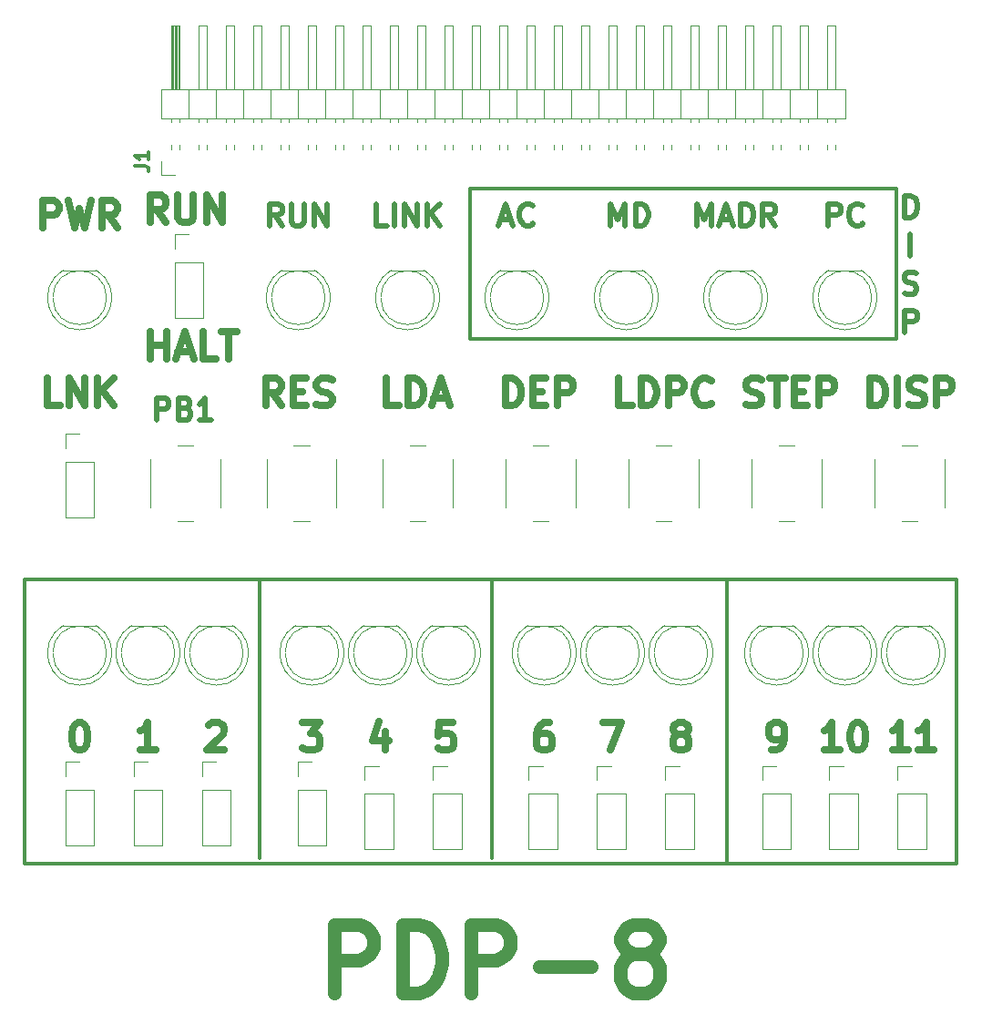
<source format=gbr>
G04 #@! TF.GenerationSoftware,KiCad,Pcbnew,(5.1.5)-3*
G04 #@! TF.CreationDate,2021-04-24T18:14:02-04:00*
G04 #@! TF.ProjectId,LEDS-SW12,4c454453-2d53-4573-9132-2e6b69636164,1*
G04 #@! TF.SameCoordinates,Original*
G04 #@! TF.FileFunction,Legend,Top*
G04 #@! TF.FilePolarity,Positive*
%FSLAX46Y46*%
G04 Gerber Fmt 4.6, Leading zero omitted, Abs format (unit mm)*
G04 Created by KiCad (PCBNEW (5.1.5)-3) date 2021-04-24 18:14:02*
%MOMM*%
%LPD*%
G04 APERTURE LIST*
%ADD10C,0.635000*%
%ADD11C,0.508000*%
%ADD12C,0.304800*%
%ADD13C,0.150000*%
%ADD14C,1.270000*%
%ADD15C,0.120000*%
G04 APERTURE END LIST*
D10*
X96036190Y-78873047D02*
X94584761Y-78873047D01*
X95310476Y-78873047D02*
X95310476Y-76333047D01*
X95068571Y-76695904D01*
X94826666Y-76937809D01*
X94584761Y-77058761D01*
X98455238Y-78873047D02*
X97003809Y-78873047D01*
X97729523Y-78873047D02*
X97729523Y-76333047D01*
X97487619Y-76695904D01*
X97245714Y-76937809D01*
X97003809Y-77058761D01*
X89686190Y-78873047D02*
X88234761Y-78873047D01*
X88960476Y-78873047D02*
X88960476Y-76333047D01*
X88718571Y-76695904D01*
X88476666Y-76937809D01*
X88234761Y-77058761D01*
X91258571Y-76333047D02*
X91500476Y-76333047D01*
X91742380Y-76454000D01*
X91863333Y-76574952D01*
X91984285Y-76816857D01*
X92105238Y-77300666D01*
X92105238Y-77905428D01*
X91984285Y-78389238D01*
X91863333Y-78631142D01*
X91742380Y-78752095D01*
X91500476Y-78873047D01*
X91258571Y-78873047D01*
X91016666Y-78752095D01*
X90895714Y-78631142D01*
X90774761Y-78389238D01*
X90653809Y-77905428D01*
X90653809Y-77300666D01*
X90774761Y-76816857D01*
X90895714Y-76574952D01*
X91016666Y-76454000D01*
X91258571Y-76333047D01*
X83336190Y-78873047D02*
X83820000Y-78873047D01*
X84061904Y-78752095D01*
X84182857Y-78631142D01*
X84424761Y-78268285D01*
X84545714Y-77784476D01*
X84545714Y-76816857D01*
X84424761Y-76574952D01*
X84303809Y-76454000D01*
X84061904Y-76333047D01*
X83578095Y-76333047D01*
X83336190Y-76454000D01*
X83215238Y-76574952D01*
X83094285Y-76816857D01*
X83094285Y-77421619D01*
X83215238Y-77663523D01*
X83336190Y-77784476D01*
X83578095Y-77905428D01*
X84061904Y-77905428D01*
X84303809Y-77784476D01*
X84424761Y-77663523D01*
X84545714Y-77421619D01*
X74688095Y-77421619D02*
X74446190Y-77300666D01*
X74325238Y-77179714D01*
X74204285Y-76937809D01*
X74204285Y-76816857D01*
X74325238Y-76574952D01*
X74446190Y-76454000D01*
X74688095Y-76333047D01*
X75171904Y-76333047D01*
X75413809Y-76454000D01*
X75534761Y-76574952D01*
X75655714Y-76816857D01*
X75655714Y-76937809D01*
X75534761Y-77179714D01*
X75413809Y-77300666D01*
X75171904Y-77421619D01*
X74688095Y-77421619D01*
X74446190Y-77542571D01*
X74325238Y-77663523D01*
X74204285Y-77905428D01*
X74204285Y-78389238D01*
X74325238Y-78631142D01*
X74446190Y-78752095D01*
X74688095Y-78873047D01*
X75171904Y-78873047D01*
X75413809Y-78752095D01*
X75534761Y-78631142D01*
X75655714Y-78389238D01*
X75655714Y-77905428D01*
X75534761Y-77663523D01*
X75413809Y-77542571D01*
X75171904Y-77421619D01*
X67733333Y-76333047D02*
X69426666Y-76333047D01*
X68338095Y-78873047D01*
X62713809Y-76333047D02*
X62230000Y-76333047D01*
X61988095Y-76454000D01*
X61867142Y-76574952D01*
X61625238Y-76937809D01*
X61504285Y-77421619D01*
X61504285Y-78389238D01*
X61625238Y-78631142D01*
X61746190Y-78752095D01*
X61988095Y-78873047D01*
X62471904Y-78873047D01*
X62713809Y-78752095D01*
X62834761Y-78631142D01*
X62955714Y-78389238D01*
X62955714Y-77784476D01*
X62834761Y-77542571D01*
X62713809Y-77421619D01*
X62471904Y-77300666D01*
X61988095Y-77300666D01*
X61746190Y-77421619D01*
X61625238Y-77542571D01*
X61504285Y-77784476D01*
X53690761Y-76333047D02*
X52481238Y-76333047D01*
X52360285Y-77542571D01*
X52481238Y-77421619D01*
X52723142Y-77300666D01*
X53327904Y-77300666D01*
X53569809Y-77421619D01*
X53690761Y-77542571D01*
X53811714Y-77784476D01*
X53811714Y-78389238D01*
X53690761Y-78631142D01*
X53569809Y-78752095D01*
X53327904Y-78873047D01*
X52723142Y-78873047D01*
X52481238Y-78752095D01*
X52360285Y-78631142D01*
X47473809Y-77179714D02*
X47473809Y-78873047D01*
X46869047Y-76212095D02*
X46264285Y-78026380D01*
X47836666Y-78026380D01*
X39793333Y-76333047D02*
X41365714Y-76333047D01*
X40519047Y-77300666D01*
X40881904Y-77300666D01*
X41123809Y-77421619D01*
X41244761Y-77542571D01*
X41365714Y-77784476D01*
X41365714Y-78389238D01*
X41244761Y-78631142D01*
X41123809Y-78752095D01*
X40881904Y-78873047D01*
X40156190Y-78873047D01*
X39914285Y-78752095D01*
X39793333Y-78631142D01*
X31024285Y-76574952D02*
X31145238Y-76454000D01*
X31387142Y-76333047D01*
X31991904Y-76333047D01*
X32233809Y-76454000D01*
X32354761Y-76574952D01*
X32475714Y-76816857D01*
X32475714Y-77058761D01*
X32354761Y-77421619D01*
X30903333Y-78873047D01*
X32475714Y-78873047D01*
X26125714Y-78873047D02*
X24674285Y-78873047D01*
X25400000Y-78873047D02*
X25400000Y-76333047D01*
X25158095Y-76695904D01*
X24916190Y-76937809D01*
X24674285Y-77058761D01*
X18929047Y-76333047D02*
X19170952Y-76333047D01*
X19412857Y-76454000D01*
X19533809Y-76574952D01*
X19654761Y-76816857D01*
X19775714Y-77300666D01*
X19775714Y-77905428D01*
X19654761Y-78389238D01*
X19533809Y-78631142D01*
X19412857Y-78752095D01*
X19170952Y-78873047D01*
X18929047Y-78873047D01*
X18687142Y-78752095D01*
X18566190Y-78631142D01*
X18445238Y-78389238D01*
X18324285Y-77905428D01*
X18324285Y-77300666D01*
X18445238Y-76816857D01*
X18566190Y-76574952D01*
X18687142Y-76454000D01*
X18929047Y-76333047D01*
D11*
X95733809Y-29367238D02*
X95733809Y-27335238D01*
X96217619Y-27335238D01*
X96507904Y-27432000D01*
X96701428Y-27625523D01*
X96798190Y-27819047D01*
X96894952Y-28206095D01*
X96894952Y-28496380D01*
X96798190Y-28883428D01*
X96701428Y-29076952D01*
X96507904Y-29270476D01*
X96217619Y-29367238D01*
X95733809Y-29367238D01*
X96266000Y-32923238D02*
X96266000Y-30891238D01*
X95685428Y-36382476D02*
X95975714Y-36479238D01*
X96459523Y-36479238D01*
X96653047Y-36382476D01*
X96749809Y-36285714D01*
X96846571Y-36092190D01*
X96846571Y-35898666D01*
X96749809Y-35705142D01*
X96653047Y-35608380D01*
X96459523Y-35511619D01*
X96072476Y-35414857D01*
X95878952Y-35318095D01*
X95782190Y-35221333D01*
X95685428Y-35027809D01*
X95685428Y-34834285D01*
X95782190Y-34640761D01*
X95878952Y-34544000D01*
X96072476Y-34447238D01*
X96556285Y-34447238D01*
X96846571Y-34544000D01*
X95733809Y-40035238D02*
X95733809Y-38003238D01*
X96507904Y-38003238D01*
X96701428Y-38100000D01*
X96798190Y-38196761D01*
X96894952Y-38390285D01*
X96894952Y-38680571D01*
X96798190Y-38874095D01*
X96701428Y-38970857D01*
X96507904Y-39067619D01*
X95733809Y-39067619D01*
D10*
X25654000Y-42551047D02*
X25654000Y-40011047D01*
X25654000Y-41220571D02*
X27105428Y-41220571D01*
X27105428Y-42551047D02*
X27105428Y-40011047D01*
X28194000Y-41825333D02*
X29403523Y-41825333D01*
X27952095Y-42551047D02*
X28798761Y-40011047D01*
X29645428Y-42551047D01*
X31701619Y-42551047D02*
X30492095Y-42551047D01*
X30492095Y-40011047D01*
X32185428Y-40011047D02*
X33636857Y-40011047D01*
X32911142Y-42551047D02*
X32911142Y-40011047D01*
D12*
X55372000Y-40640000D02*
X55372000Y-26670000D01*
X94996000Y-40640000D02*
X55372000Y-40640000D01*
X94996000Y-26670000D02*
X55372000Y-26670000D01*
X94996000Y-40640000D02*
X94996000Y-26670000D01*
X100584000Y-62992000D02*
X13970000Y-62992000D01*
X13970000Y-89408000D02*
X100584000Y-89408000D01*
X13970000Y-62992000D02*
X13970000Y-89408000D01*
X35814000Y-62992000D02*
X35814000Y-88900000D01*
X57404000Y-62992000D02*
X57404000Y-88900000D01*
X100584000Y-62992000D02*
X100584000Y-89408000D01*
D13*
X78740000Y-62992000D02*
X100076000Y-62992000D01*
D12*
X79248000Y-89408000D02*
X79248000Y-62992000D01*
D11*
X26186190Y-48163238D02*
X26186190Y-46131238D01*
X26960285Y-46131238D01*
X27153809Y-46228000D01*
X27250571Y-46324761D01*
X27347333Y-46518285D01*
X27347333Y-46808571D01*
X27250571Y-47002095D01*
X27153809Y-47098857D01*
X26960285Y-47195619D01*
X26186190Y-47195619D01*
X28895523Y-47098857D02*
X29185809Y-47195619D01*
X29282571Y-47292380D01*
X29379333Y-47485904D01*
X29379333Y-47776190D01*
X29282571Y-47969714D01*
X29185809Y-48066476D01*
X28992285Y-48163238D01*
X28218190Y-48163238D01*
X28218190Y-46131238D01*
X28895523Y-46131238D01*
X29089047Y-46228000D01*
X29185809Y-46324761D01*
X29282571Y-46518285D01*
X29282571Y-46711809D01*
X29185809Y-46905333D01*
X29089047Y-47002095D01*
X28895523Y-47098857D01*
X28218190Y-47098857D01*
X31314571Y-48163238D02*
X30153428Y-48163238D01*
X30734000Y-48163238D02*
X30734000Y-46131238D01*
X30540476Y-46421523D01*
X30346952Y-46615047D01*
X30153428Y-46711809D01*
X37870190Y-30129238D02*
X37192857Y-29161619D01*
X36709047Y-30129238D02*
X36709047Y-28097238D01*
X37483142Y-28097238D01*
X37676666Y-28194000D01*
X37773428Y-28290761D01*
X37870190Y-28484285D01*
X37870190Y-28774571D01*
X37773428Y-28968095D01*
X37676666Y-29064857D01*
X37483142Y-29161619D01*
X36709047Y-29161619D01*
X38741047Y-28097238D02*
X38741047Y-29742190D01*
X38837809Y-29935714D01*
X38934571Y-30032476D01*
X39128095Y-30129238D01*
X39515142Y-30129238D01*
X39708666Y-30032476D01*
X39805428Y-29935714D01*
X39902190Y-29742190D01*
X39902190Y-28097238D01*
X40869809Y-30129238D02*
X40869809Y-28097238D01*
X42030952Y-30129238D01*
X42030952Y-28097238D01*
X47594761Y-30129238D02*
X46627142Y-30129238D01*
X46627142Y-28097238D01*
X48272095Y-30129238D02*
X48272095Y-28097238D01*
X49239714Y-30129238D02*
X49239714Y-28097238D01*
X50400857Y-30129238D01*
X50400857Y-28097238D01*
X51368476Y-30129238D02*
X51368476Y-28097238D01*
X52529619Y-30129238D02*
X51658761Y-28968095D01*
X52529619Y-28097238D02*
X51368476Y-29258380D01*
D10*
X17235714Y-46869047D02*
X16026190Y-46869047D01*
X16026190Y-44329047D01*
X18082380Y-46869047D02*
X18082380Y-44329047D01*
X19533809Y-46869047D01*
X19533809Y-44329047D01*
X20743333Y-46869047D02*
X20743333Y-44329047D01*
X22194761Y-46869047D02*
X21106190Y-45417619D01*
X22194761Y-44329047D02*
X20743333Y-45780476D01*
X15663333Y-30359047D02*
X15663333Y-27819047D01*
X16630952Y-27819047D01*
X16872857Y-27940000D01*
X16993809Y-28060952D01*
X17114761Y-28302857D01*
X17114761Y-28665714D01*
X16993809Y-28907619D01*
X16872857Y-29028571D01*
X16630952Y-29149523D01*
X15663333Y-29149523D01*
X17961428Y-27819047D02*
X18566190Y-30359047D01*
X19050000Y-28544761D01*
X19533809Y-30359047D01*
X20138571Y-27819047D01*
X22557619Y-30359047D02*
X21710952Y-29149523D01*
X21106190Y-30359047D02*
X21106190Y-27819047D01*
X22073809Y-27819047D01*
X22315714Y-27940000D01*
X22436666Y-28060952D01*
X22557619Y-28302857D01*
X22557619Y-28665714D01*
X22436666Y-28907619D01*
X22315714Y-29028571D01*
X22073809Y-29149523D01*
X21106190Y-29149523D01*
X37797619Y-46869047D02*
X36950952Y-45659523D01*
X36346190Y-46869047D02*
X36346190Y-44329047D01*
X37313809Y-44329047D01*
X37555714Y-44450000D01*
X37676666Y-44570952D01*
X37797619Y-44812857D01*
X37797619Y-45175714D01*
X37676666Y-45417619D01*
X37555714Y-45538571D01*
X37313809Y-45659523D01*
X36346190Y-45659523D01*
X38886190Y-45538571D02*
X39732857Y-45538571D01*
X40095714Y-46869047D02*
X38886190Y-46869047D01*
X38886190Y-44329047D01*
X40095714Y-44329047D01*
X41063333Y-46748095D02*
X41426190Y-46869047D01*
X42030952Y-46869047D01*
X42272857Y-46748095D01*
X42393809Y-46627142D01*
X42514761Y-46385238D01*
X42514761Y-46143333D01*
X42393809Y-45901428D01*
X42272857Y-45780476D01*
X42030952Y-45659523D01*
X41547142Y-45538571D01*
X41305238Y-45417619D01*
X41184285Y-45296666D01*
X41063333Y-45054761D01*
X41063333Y-44812857D01*
X41184285Y-44570952D01*
X41305238Y-44450000D01*
X41547142Y-44329047D01*
X42151904Y-44329047D01*
X42514761Y-44450000D01*
D11*
X58190190Y-29548666D02*
X59157809Y-29548666D01*
X57996666Y-30129238D02*
X58674000Y-28097238D01*
X59351333Y-30129238D01*
X61189809Y-29935714D02*
X61093047Y-30032476D01*
X60802761Y-30129238D01*
X60609238Y-30129238D01*
X60318952Y-30032476D01*
X60125428Y-29838952D01*
X60028666Y-29645428D01*
X59931904Y-29258380D01*
X59931904Y-28968095D01*
X60028666Y-28581047D01*
X60125428Y-28387523D01*
X60318952Y-28194000D01*
X60609238Y-28097238D01*
X60802761Y-28097238D01*
X61093047Y-28194000D01*
X61189809Y-28290761D01*
X68410666Y-30129238D02*
X68410666Y-28097238D01*
X69088000Y-29548666D01*
X69765333Y-28097238D01*
X69765333Y-30129238D01*
X70732952Y-30129238D02*
X70732952Y-28097238D01*
X71216761Y-28097238D01*
X71507047Y-28194000D01*
X71700571Y-28387523D01*
X71797333Y-28581047D01*
X71894095Y-28968095D01*
X71894095Y-29258380D01*
X71797333Y-29645428D01*
X71700571Y-29838952D01*
X71507047Y-30032476D01*
X71216761Y-30129238D01*
X70732952Y-30129238D01*
X76429809Y-30129238D02*
X76429809Y-28097238D01*
X77107142Y-29548666D01*
X77784476Y-28097238D01*
X77784476Y-30129238D01*
X78655333Y-29548666D02*
X79622952Y-29548666D01*
X78461809Y-30129238D02*
X79139142Y-28097238D01*
X79816476Y-30129238D01*
X80493809Y-30129238D02*
X80493809Y-28097238D01*
X80977619Y-28097238D01*
X81267904Y-28194000D01*
X81461428Y-28387523D01*
X81558190Y-28581047D01*
X81654952Y-28968095D01*
X81654952Y-29258380D01*
X81558190Y-29645428D01*
X81461428Y-29838952D01*
X81267904Y-30032476D01*
X80977619Y-30129238D01*
X80493809Y-30129238D01*
X83686952Y-30129238D02*
X83009619Y-29161619D01*
X82525809Y-30129238D02*
X82525809Y-28097238D01*
X83299904Y-28097238D01*
X83493428Y-28194000D01*
X83590190Y-28290761D01*
X83686952Y-28484285D01*
X83686952Y-28774571D01*
X83590190Y-28968095D01*
X83493428Y-29064857D01*
X83299904Y-29161619D01*
X82525809Y-29161619D01*
X88621809Y-30129238D02*
X88621809Y-28097238D01*
X89395904Y-28097238D01*
X89589428Y-28194000D01*
X89686190Y-28290761D01*
X89782952Y-28484285D01*
X89782952Y-28774571D01*
X89686190Y-28968095D01*
X89589428Y-29064857D01*
X89395904Y-29161619D01*
X88621809Y-29161619D01*
X91814952Y-29935714D02*
X91718190Y-30032476D01*
X91427904Y-30129238D01*
X91234380Y-30129238D01*
X90944095Y-30032476D01*
X90750571Y-29838952D01*
X90653809Y-29645428D01*
X90557047Y-29258380D01*
X90557047Y-28968095D01*
X90653809Y-28581047D01*
X90750571Y-28387523D01*
X90944095Y-28194000D01*
X91234380Y-28097238D01*
X91427904Y-28097238D01*
X91718190Y-28194000D01*
X91814952Y-28290761D01*
D10*
X27081238Y-29851047D02*
X26234571Y-28641523D01*
X25629809Y-29851047D02*
X25629809Y-27311047D01*
X26597428Y-27311047D01*
X26839333Y-27432000D01*
X26960285Y-27552952D01*
X27081238Y-27794857D01*
X27081238Y-28157714D01*
X26960285Y-28399619D01*
X26839333Y-28520571D01*
X26597428Y-28641523D01*
X25629809Y-28641523D01*
X28169809Y-27311047D02*
X28169809Y-29367238D01*
X28290761Y-29609142D01*
X28411714Y-29730095D01*
X28653619Y-29851047D01*
X29137428Y-29851047D01*
X29379333Y-29730095D01*
X29500285Y-29609142D01*
X29621238Y-29367238D01*
X29621238Y-27311047D01*
X30830761Y-29851047D02*
X30830761Y-27311047D01*
X32282190Y-29851047D01*
X32282190Y-27311047D01*
X70382190Y-46869047D02*
X69172666Y-46869047D01*
X69172666Y-44329047D01*
X71228857Y-46869047D02*
X71228857Y-44329047D01*
X71833619Y-44329047D01*
X72196476Y-44450000D01*
X72438380Y-44691904D01*
X72559333Y-44933809D01*
X72680285Y-45417619D01*
X72680285Y-45780476D01*
X72559333Y-46264285D01*
X72438380Y-46506190D01*
X72196476Y-46748095D01*
X71833619Y-46869047D01*
X71228857Y-46869047D01*
X73768857Y-46869047D02*
X73768857Y-44329047D01*
X74736476Y-44329047D01*
X74978380Y-44450000D01*
X75099333Y-44570952D01*
X75220285Y-44812857D01*
X75220285Y-45175714D01*
X75099333Y-45417619D01*
X74978380Y-45538571D01*
X74736476Y-45659523D01*
X73768857Y-45659523D01*
X77760285Y-46627142D02*
X77639333Y-46748095D01*
X77276476Y-46869047D01*
X77034571Y-46869047D01*
X76671714Y-46748095D01*
X76429809Y-46506190D01*
X76308857Y-46264285D01*
X76187904Y-45780476D01*
X76187904Y-45417619D01*
X76308857Y-44933809D01*
X76429809Y-44691904D01*
X76671714Y-44450000D01*
X77034571Y-44329047D01*
X77276476Y-44329047D01*
X77639333Y-44450000D01*
X77760285Y-44570952D01*
X58637714Y-46869047D02*
X58637714Y-44329047D01*
X59242476Y-44329047D01*
X59605333Y-44450000D01*
X59847238Y-44691904D01*
X59968190Y-44933809D01*
X60089142Y-45417619D01*
X60089142Y-45780476D01*
X59968190Y-46264285D01*
X59847238Y-46506190D01*
X59605333Y-46748095D01*
X59242476Y-46869047D01*
X58637714Y-46869047D01*
X61177714Y-45538571D02*
X62024380Y-45538571D01*
X62387238Y-46869047D02*
X61177714Y-46869047D01*
X61177714Y-44329047D01*
X62387238Y-44329047D01*
X63475809Y-46869047D02*
X63475809Y-44329047D01*
X64443428Y-44329047D01*
X64685333Y-44450000D01*
X64806285Y-44570952D01*
X64927238Y-44812857D01*
X64927238Y-45175714D01*
X64806285Y-45417619D01*
X64685333Y-45538571D01*
X64443428Y-45659523D01*
X63475809Y-45659523D01*
X48719619Y-46869047D02*
X47510095Y-46869047D01*
X47510095Y-44329047D01*
X49566285Y-46869047D02*
X49566285Y-44329047D01*
X50171047Y-44329047D01*
X50533904Y-44450000D01*
X50775809Y-44691904D01*
X50896761Y-44933809D01*
X51017714Y-45417619D01*
X51017714Y-45780476D01*
X50896761Y-46264285D01*
X50775809Y-46506190D01*
X50533904Y-46748095D01*
X50171047Y-46869047D01*
X49566285Y-46869047D01*
X51985333Y-46143333D02*
X53194857Y-46143333D01*
X51743428Y-46869047D02*
X52590095Y-44329047D01*
X53436761Y-46869047D01*
X80977619Y-46748095D02*
X81340476Y-46869047D01*
X81945238Y-46869047D01*
X82187142Y-46748095D01*
X82308095Y-46627142D01*
X82429047Y-46385238D01*
X82429047Y-46143333D01*
X82308095Y-45901428D01*
X82187142Y-45780476D01*
X81945238Y-45659523D01*
X81461428Y-45538571D01*
X81219523Y-45417619D01*
X81098571Y-45296666D01*
X80977619Y-45054761D01*
X80977619Y-44812857D01*
X81098571Y-44570952D01*
X81219523Y-44450000D01*
X81461428Y-44329047D01*
X82066190Y-44329047D01*
X82429047Y-44450000D01*
X83154761Y-44329047D02*
X84606190Y-44329047D01*
X83880476Y-46869047D02*
X83880476Y-44329047D01*
X85452857Y-45538571D02*
X86299523Y-45538571D01*
X86662380Y-46869047D02*
X85452857Y-46869047D01*
X85452857Y-44329047D01*
X86662380Y-44329047D01*
X87750952Y-46869047D02*
X87750952Y-44329047D01*
X88718571Y-44329047D01*
X88960476Y-44450000D01*
X89081428Y-44570952D01*
X89202380Y-44812857D01*
X89202380Y-45175714D01*
X89081428Y-45417619D01*
X88960476Y-45538571D01*
X88718571Y-45659523D01*
X87750952Y-45659523D01*
X92516476Y-46869047D02*
X92516476Y-44329047D01*
X93121238Y-44329047D01*
X93484095Y-44450000D01*
X93726000Y-44691904D01*
X93846952Y-44933809D01*
X93967904Y-45417619D01*
X93967904Y-45780476D01*
X93846952Y-46264285D01*
X93726000Y-46506190D01*
X93484095Y-46748095D01*
X93121238Y-46869047D01*
X92516476Y-46869047D01*
X95056476Y-46869047D02*
X95056476Y-44329047D01*
X96145047Y-46748095D02*
X96507904Y-46869047D01*
X97112666Y-46869047D01*
X97354571Y-46748095D01*
X97475523Y-46627142D01*
X97596476Y-46385238D01*
X97596476Y-46143333D01*
X97475523Y-45901428D01*
X97354571Y-45780476D01*
X97112666Y-45659523D01*
X96628857Y-45538571D01*
X96386952Y-45417619D01*
X96266000Y-45296666D01*
X96145047Y-45054761D01*
X96145047Y-44812857D01*
X96266000Y-44570952D01*
X96386952Y-44450000D01*
X96628857Y-44329047D01*
X97233619Y-44329047D01*
X97596476Y-44450000D01*
X98685047Y-46869047D02*
X98685047Y-44329047D01*
X99652666Y-44329047D01*
X99894571Y-44450000D01*
X100015523Y-44570952D01*
X100136476Y-44812857D01*
X100136476Y-45175714D01*
X100015523Y-45417619D01*
X99894571Y-45538571D01*
X99652666Y-45659523D01*
X98685047Y-45659523D01*
D14*
X42690142Y-101424619D02*
X42690142Y-95074619D01*
X45109190Y-95074619D01*
X45713952Y-95377000D01*
X46016333Y-95679380D01*
X46318714Y-96284142D01*
X46318714Y-97191285D01*
X46016333Y-97796047D01*
X45713952Y-98098428D01*
X45109190Y-98400809D01*
X42690142Y-98400809D01*
X49040142Y-101424619D02*
X49040142Y-95074619D01*
X50552047Y-95074619D01*
X51459190Y-95377000D01*
X52063952Y-95981761D01*
X52366333Y-96586523D01*
X52668714Y-97796047D01*
X52668714Y-98703190D01*
X52366333Y-99912714D01*
X52063952Y-100517476D01*
X51459190Y-101122238D01*
X50552047Y-101424619D01*
X49040142Y-101424619D01*
X55390142Y-101424619D02*
X55390142Y-95074619D01*
X57809190Y-95074619D01*
X58413952Y-95377000D01*
X58716333Y-95679380D01*
X59018714Y-96284142D01*
X59018714Y-97191285D01*
X58716333Y-97796047D01*
X58413952Y-98098428D01*
X57809190Y-98400809D01*
X55390142Y-98400809D01*
X61740142Y-99005571D02*
X66578238Y-99005571D01*
X70509190Y-97796047D02*
X69904428Y-97493666D01*
X69602047Y-97191285D01*
X69299666Y-96586523D01*
X69299666Y-96284142D01*
X69602047Y-95679380D01*
X69904428Y-95377000D01*
X70509190Y-95074619D01*
X71718714Y-95074619D01*
X72323476Y-95377000D01*
X72625857Y-95679380D01*
X72928238Y-96284142D01*
X72928238Y-96586523D01*
X72625857Y-97191285D01*
X72323476Y-97493666D01*
X71718714Y-97796047D01*
X70509190Y-97796047D01*
X69904428Y-98098428D01*
X69602047Y-98400809D01*
X69299666Y-99005571D01*
X69299666Y-100215095D01*
X69602047Y-100819857D01*
X69904428Y-101122238D01*
X70509190Y-101424619D01*
X71718714Y-101424619D01*
X72323476Y-101122238D01*
X72625857Y-100819857D01*
X72928238Y-100215095D01*
X72928238Y-99005571D01*
X72625857Y-98400809D01*
X72323476Y-98098428D01*
X71718714Y-97796047D01*
D15*
X98065000Y-67290000D02*
X94975000Y-67290000D01*
X99020000Y-69850000D02*
G75*
G03X99020000Y-69850000I-2500000J0D01*
G01*
X96520462Y-72840000D02*
G75*
G02X94975170Y-67290000I-462J2990000D01*
G01*
X96519538Y-72840000D02*
G75*
G03X98064830Y-67290000I462J2990000D01*
G01*
X90169538Y-72840000D02*
G75*
G03X91714830Y-67290000I462J2990000D01*
G01*
X90170462Y-72840000D02*
G75*
G02X88625170Y-67290000I-462J2990000D01*
G01*
X92670000Y-69850000D02*
G75*
G03X92670000Y-69850000I-2500000J0D01*
G01*
X91715000Y-67290000D02*
X88625000Y-67290000D01*
X83819538Y-72840000D02*
G75*
G03X85364830Y-67290000I462J2990000D01*
G01*
X83820462Y-72840000D02*
G75*
G02X82275170Y-67290000I-462J2990000D01*
G01*
X86320000Y-69850000D02*
G75*
G03X86320000Y-69850000I-2500000J0D01*
G01*
X85365000Y-67290000D02*
X82275000Y-67290000D01*
X76475000Y-67290000D02*
X73385000Y-67290000D01*
X77430000Y-69850000D02*
G75*
G03X77430000Y-69850000I-2500000J0D01*
G01*
X74930462Y-72840000D02*
G75*
G02X73385170Y-67290000I-462J2990000D01*
G01*
X74929538Y-72840000D02*
G75*
G03X76474830Y-67290000I462J2990000D01*
G01*
X68579538Y-72840000D02*
G75*
G03X70124830Y-67290000I462J2990000D01*
G01*
X68580462Y-72840000D02*
G75*
G02X67035170Y-67290000I-462J2990000D01*
G01*
X71080000Y-69850000D02*
G75*
G03X71080000Y-69850000I-2500000J0D01*
G01*
X70125000Y-67290000D02*
X67035000Y-67290000D01*
X63775000Y-67290000D02*
X60685000Y-67290000D01*
X64730000Y-69850000D02*
G75*
G03X64730000Y-69850000I-2500000J0D01*
G01*
X62230462Y-72840000D02*
G75*
G02X60685170Y-67290000I-462J2990000D01*
G01*
X62229538Y-72840000D02*
G75*
G03X63774830Y-67290000I462J2990000D01*
G01*
X53339538Y-72840000D02*
G75*
G03X54884830Y-67290000I462J2990000D01*
G01*
X53340462Y-72840000D02*
G75*
G02X51795170Y-67290000I-462J2990000D01*
G01*
X55840000Y-69850000D02*
G75*
G03X55840000Y-69850000I-2500000J0D01*
G01*
X54885000Y-67290000D02*
X51795000Y-67290000D01*
X48535000Y-67290000D02*
X45445000Y-67290000D01*
X49490000Y-69850000D02*
G75*
G03X49490000Y-69850000I-2500000J0D01*
G01*
X46990462Y-72840000D02*
G75*
G02X45445170Y-67290000I-462J2990000D01*
G01*
X46989538Y-72840000D02*
G75*
G03X48534830Y-67290000I462J2990000D01*
G01*
X45533000Y-80331000D02*
X46863000Y-80331000D01*
X45533000Y-81661000D02*
X45533000Y-80331000D01*
X45533000Y-82931000D02*
X48193000Y-82931000D01*
X48193000Y-82931000D02*
X48193000Y-88071000D01*
X45533000Y-82931000D02*
X45533000Y-88071000D01*
X45533000Y-88071000D02*
X48193000Y-88071000D01*
X51883000Y-88071000D02*
X54543000Y-88071000D01*
X51883000Y-82931000D02*
X51883000Y-88071000D01*
X54543000Y-82931000D02*
X54543000Y-88071000D01*
X51883000Y-82931000D02*
X54543000Y-82931000D01*
X51883000Y-81661000D02*
X51883000Y-80331000D01*
X51883000Y-80331000D02*
X53213000Y-80331000D01*
X60773000Y-80331000D02*
X62103000Y-80331000D01*
X60773000Y-81661000D02*
X60773000Y-80331000D01*
X60773000Y-82931000D02*
X63433000Y-82931000D01*
X63433000Y-82931000D02*
X63433000Y-88071000D01*
X60773000Y-82931000D02*
X60773000Y-88071000D01*
X60773000Y-88071000D02*
X63433000Y-88071000D01*
X67123000Y-88071000D02*
X69783000Y-88071000D01*
X67123000Y-82931000D02*
X67123000Y-88071000D01*
X69783000Y-82931000D02*
X69783000Y-88071000D01*
X67123000Y-82931000D02*
X69783000Y-82931000D01*
X67123000Y-81661000D02*
X67123000Y-80331000D01*
X67123000Y-80331000D02*
X68453000Y-80331000D01*
X73473000Y-80331000D02*
X74803000Y-80331000D01*
X73473000Y-81661000D02*
X73473000Y-80331000D01*
X73473000Y-82931000D02*
X76133000Y-82931000D01*
X76133000Y-82931000D02*
X76133000Y-88071000D01*
X73473000Y-82931000D02*
X73473000Y-88071000D01*
X73473000Y-88071000D02*
X76133000Y-88071000D01*
X82490000Y-88071000D02*
X85150000Y-88071000D01*
X82490000Y-82931000D02*
X82490000Y-88071000D01*
X85150000Y-82931000D02*
X85150000Y-88071000D01*
X82490000Y-82931000D02*
X85150000Y-82931000D01*
X82490000Y-81661000D02*
X82490000Y-80331000D01*
X82490000Y-80331000D02*
X83820000Y-80331000D01*
X88713000Y-80331000D02*
X90043000Y-80331000D01*
X88713000Y-81661000D02*
X88713000Y-80331000D01*
X88713000Y-82931000D02*
X91373000Y-82931000D01*
X91373000Y-82931000D02*
X91373000Y-88071000D01*
X88713000Y-82931000D02*
X88713000Y-88071000D01*
X88713000Y-88071000D02*
X91373000Y-88071000D01*
X95063000Y-88071000D02*
X97723000Y-88071000D01*
X95063000Y-82931000D02*
X95063000Y-88071000D01*
X97723000Y-82931000D02*
X97723000Y-88071000D01*
X95063000Y-82931000D02*
X97723000Y-82931000D01*
X95063000Y-81661000D02*
X95063000Y-80331000D01*
X95063000Y-80331000D02*
X96393000Y-80331000D01*
X28115000Y-57550000D02*
X29615000Y-57550000D01*
X32115000Y-56300000D02*
X32115000Y-51800000D01*
X29615000Y-50550000D02*
X28115000Y-50550000D01*
X25615000Y-51800000D02*
X25615000Y-56300000D01*
X36410000Y-51800000D02*
X36410000Y-56300000D01*
X40410000Y-50550000D02*
X38910000Y-50550000D01*
X42910000Y-56300000D02*
X42910000Y-51800000D01*
X38910000Y-57550000D02*
X40410000Y-57550000D01*
X49705000Y-57550000D02*
X51205000Y-57550000D01*
X53705000Y-56300000D02*
X53705000Y-51800000D01*
X51205000Y-50550000D02*
X49705000Y-50550000D01*
X47205000Y-51800000D02*
X47205000Y-56300000D01*
X58635000Y-51800000D02*
X58635000Y-56300000D01*
X62635000Y-50550000D02*
X61135000Y-50550000D01*
X65135000Y-56300000D02*
X65135000Y-51800000D01*
X61135000Y-57550000D02*
X62635000Y-57550000D01*
X72565000Y-57550000D02*
X74065000Y-57550000D01*
X76565000Y-56300000D02*
X76565000Y-51800000D01*
X74065000Y-50550000D02*
X72565000Y-50550000D01*
X70065000Y-51800000D02*
X70065000Y-56300000D01*
X81495000Y-51800000D02*
X81495000Y-56300000D01*
X85495000Y-50550000D02*
X83995000Y-50550000D01*
X87995000Y-56300000D02*
X87995000Y-51800000D01*
X83995000Y-57550000D02*
X85495000Y-57550000D01*
X95425000Y-57550000D02*
X96925000Y-57550000D01*
X99425000Y-56300000D02*
X99425000Y-51800000D01*
X96925000Y-50550000D02*
X95425000Y-50550000D01*
X92925000Y-51800000D02*
X92925000Y-56300000D01*
X40639538Y-72840000D02*
G75*
G03X42184830Y-67290000I462J2990000D01*
G01*
X40640462Y-72840000D02*
G75*
G02X39095170Y-67290000I-462J2990000D01*
G01*
X43140000Y-69850000D02*
G75*
G03X43140000Y-69850000I-2500000J0D01*
G01*
X42185000Y-67290000D02*
X39095000Y-67290000D01*
X33295000Y-67290000D02*
X30205000Y-67290000D01*
X34250000Y-69850000D02*
G75*
G03X34250000Y-69850000I-2500000J0D01*
G01*
X31750462Y-72840000D02*
G75*
G02X30205170Y-67290000I-462J2990000D01*
G01*
X31749538Y-72840000D02*
G75*
G03X33294830Y-67290000I462J2990000D01*
G01*
X25399538Y-72840000D02*
G75*
G03X26944830Y-67290000I462J2990000D01*
G01*
X25400462Y-72840000D02*
G75*
G02X23855170Y-67290000I-462J2990000D01*
G01*
X27900000Y-69850000D02*
G75*
G03X27900000Y-69850000I-2500000J0D01*
G01*
X26945000Y-67290000D02*
X23855000Y-67290000D01*
X20595000Y-67290000D02*
X17505000Y-67290000D01*
X21550000Y-69850000D02*
G75*
G03X21550000Y-69850000I-2500000J0D01*
G01*
X19050462Y-72840000D02*
G75*
G02X17505170Y-67290000I-462J2990000D01*
G01*
X19049538Y-72840000D02*
G75*
G03X20594830Y-67290000I462J2990000D01*
G01*
X39310000Y-79950000D02*
X40640000Y-79950000D01*
X39310000Y-81280000D02*
X39310000Y-79950000D01*
X39310000Y-82550000D02*
X41970000Y-82550000D01*
X41970000Y-82550000D02*
X41970000Y-87690000D01*
X39310000Y-82550000D02*
X39310000Y-87690000D01*
X39310000Y-87690000D02*
X41970000Y-87690000D01*
X30420000Y-87690000D02*
X33080000Y-87690000D01*
X30420000Y-82550000D02*
X30420000Y-87690000D01*
X33080000Y-82550000D02*
X33080000Y-87690000D01*
X30420000Y-82550000D02*
X33080000Y-82550000D01*
X30420000Y-81280000D02*
X30420000Y-79950000D01*
X30420000Y-79950000D02*
X31750000Y-79950000D01*
X24070000Y-79950000D02*
X25400000Y-79950000D01*
X24070000Y-81280000D02*
X24070000Y-79950000D01*
X24070000Y-82550000D02*
X26730000Y-82550000D01*
X26730000Y-82550000D02*
X26730000Y-87690000D01*
X24070000Y-82550000D02*
X24070000Y-87690000D01*
X24070000Y-87690000D02*
X26730000Y-87690000D01*
X17720000Y-87690000D02*
X20380000Y-87690000D01*
X17720000Y-82550000D02*
X17720000Y-87690000D01*
X20380000Y-82550000D02*
X20380000Y-87690000D01*
X17720000Y-82550000D02*
X20380000Y-82550000D01*
X17720000Y-81280000D02*
X17720000Y-79950000D01*
X17720000Y-79950000D02*
X19050000Y-79950000D01*
X91715000Y-34270000D02*
X88625000Y-34270000D01*
X92670000Y-36830000D02*
G75*
G03X92670000Y-36830000I-2500000J0D01*
G01*
X90170462Y-39820000D02*
G75*
G02X88625170Y-34270000I-462J2990000D01*
G01*
X90169538Y-39820000D02*
G75*
G03X91714830Y-34270000I462J2990000D01*
G01*
X80009538Y-39820000D02*
G75*
G03X81554830Y-34270000I462J2990000D01*
G01*
X80010462Y-39820000D02*
G75*
G02X78465170Y-34270000I-462J2990000D01*
G01*
X82510000Y-36830000D02*
G75*
G03X82510000Y-36830000I-2500000J0D01*
G01*
X81555000Y-34270000D02*
X78465000Y-34270000D01*
X61235000Y-34270000D02*
X58145000Y-34270000D01*
X62190000Y-36830000D02*
G75*
G03X62190000Y-36830000I-2500000J0D01*
G01*
X59690462Y-39820000D02*
G75*
G02X58145170Y-34270000I-462J2990000D01*
G01*
X59689538Y-39820000D02*
G75*
G03X61234830Y-34270000I462J2990000D01*
G01*
X69849538Y-39820000D02*
G75*
G03X71394830Y-34270000I462J2990000D01*
G01*
X69850462Y-39820000D02*
G75*
G02X68305170Y-34270000I-462J2990000D01*
G01*
X72350000Y-36830000D02*
G75*
G03X72350000Y-36830000I-2500000J0D01*
G01*
X71395000Y-34270000D02*
X68305000Y-34270000D01*
X40915000Y-34270000D02*
X37825000Y-34270000D01*
X41870000Y-36830000D02*
G75*
G03X41870000Y-36830000I-2500000J0D01*
G01*
X39370462Y-39820000D02*
G75*
G02X37825170Y-34270000I-462J2990000D01*
G01*
X39369538Y-39820000D02*
G75*
G03X40914830Y-34270000I462J2990000D01*
G01*
X49529538Y-39820000D02*
G75*
G03X51074830Y-34270000I462J2990000D01*
G01*
X49530462Y-39820000D02*
G75*
G02X47985170Y-34270000I-462J2990000D01*
G01*
X52030000Y-36830000D02*
G75*
G03X52030000Y-36830000I-2500000J0D01*
G01*
X51075000Y-34270000D02*
X47985000Y-34270000D01*
X19049538Y-39820000D02*
G75*
G03X20594830Y-34270000I462J2990000D01*
G01*
X19050462Y-39820000D02*
G75*
G02X17505170Y-34270000I-462J2990000D01*
G01*
X21550000Y-36830000D02*
G75*
G03X21550000Y-36830000I-2500000J0D01*
G01*
X20595000Y-34270000D02*
X17505000Y-34270000D01*
X27880000Y-38668000D02*
X30540000Y-38668000D01*
X27880000Y-33528000D02*
X27880000Y-38668000D01*
X30540000Y-33528000D02*
X30540000Y-38668000D01*
X27880000Y-33528000D02*
X30540000Y-33528000D01*
X27880000Y-32258000D02*
X27880000Y-30928000D01*
X27880000Y-30928000D02*
X29210000Y-30928000D01*
X17720000Y-57210000D02*
X20380000Y-57210000D01*
X17720000Y-52070000D02*
X17720000Y-57210000D01*
X20380000Y-52070000D02*
X20380000Y-57210000D01*
X17720000Y-52070000D02*
X20380000Y-52070000D01*
X17720000Y-50800000D02*
X17720000Y-49470000D01*
X17720000Y-49470000D02*
X19050000Y-49470000D01*
X26610000Y-20150000D02*
X90230000Y-20150000D01*
X90230000Y-20150000D02*
X90230000Y-17490000D01*
X90230000Y-17490000D02*
X26610000Y-17490000D01*
X26610000Y-17490000D02*
X26610000Y-20150000D01*
X27560000Y-17490000D02*
X27560000Y-11490000D01*
X27560000Y-11490000D02*
X28320000Y-11490000D01*
X28320000Y-11490000D02*
X28320000Y-17490000D01*
X27620000Y-17490000D02*
X27620000Y-11490000D01*
X27740000Y-17490000D02*
X27740000Y-11490000D01*
X27860000Y-17490000D02*
X27860000Y-11490000D01*
X27980000Y-17490000D02*
X27980000Y-11490000D01*
X28100000Y-17490000D02*
X28100000Y-11490000D01*
X28220000Y-17490000D02*
X28220000Y-11490000D01*
X27560000Y-20547071D02*
X27560000Y-20150000D01*
X28320000Y-20547071D02*
X28320000Y-20150000D01*
X27560000Y-23020000D02*
X27560000Y-22632929D01*
X28320000Y-23020000D02*
X28320000Y-22632929D01*
X29210000Y-20150000D02*
X29210000Y-17490000D01*
X30100000Y-17490000D02*
X30100000Y-11490000D01*
X30100000Y-11490000D02*
X30860000Y-11490000D01*
X30860000Y-11490000D02*
X30860000Y-17490000D01*
X30100000Y-20547071D02*
X30100000Y-20150000D01*
X30860000Y-20547071D02*
X30860000Y-20150000D01*
X30100000Y-23087071D02*
X30100000Y-22632929D01*
X30860000Y-23087071D02*
X30860000Y-22632929D01*
X31750000Y-20150000D02*
X31750000Y-17490000D01*
X32640000Y-17490000D02*
X32640000Y-11490000D01*
X32640000Y-11490000D02*
X33400000Y-11490000D01*
X33400000Y-11490000D02*
X33400000Y-17490000D01*
X32640000Y-20547071D02*
X32640000Y-20150000D01*
X33400000Y-20547071D02*
X33400000Y-20150000D01*
X32640000Y-23087071D02*
X32640000Y-22632929D01*
X33400000Y-23087071D02*
X33400000Y-22632929D01*
X34290000Y-20150000D02*
X34290000Y-17490000D01*
X35180000Y-17490000D02*
X35180000Y-11490000D01*
X35180000Y-11490000D02*
X35940000Y-11490000D01*
X35940000Y-11490000D02*
X35940000Y-17490000D01*
X35180000Y-20547071D02*
X35180000Y-20150000D01*
X35940000Y-20547071D02*
X35940000Y-20150000D01*
X35180000Y-23087071D02*
X35180000Y-22632929D01*
X35940000Y-23087071D02*
X35940000Y-22632929D01*
X36830000Y-20150000D02*
X36830000Y-17490000D01*
X37720000Y-17490000D02*
X37720000Y-11490000D01*
X37720000Y-11490000D02*
X38480000Y-11490000D01*
X38480000Y-11490000D02*
X38480000Y-17490000D01*
X37720000Y-20547071D02*
X37720000Y-20150000D01*
X38480000Y-20547071D02*
X38480000Y-20150000D01*
X37720000Y-23087071D02*
X37720000Y-22632929D01*
X38480000Y-23087071D02*
X38480000Y-22632929D01*
X39370000Y-20150000D02*
X39370000Y-17490000D01*
X40260000Y-17490000D02*
X40260000Y-11490000D01*
X40260000Y-11490000D02*
X41020000Y-11490000D01*
X41020000Y-11490000D02*
X41020000Y-17490000D01*
X40260000Y-20547071D02*
X40260000Y-20150000D01*
X41020000Y-20547071D02*
X41020000Y-20150000D01*
X40260000Y-23087071D02*
X40260000Y-22632929D01*
X41020000Y-23087071D02*
X41020000Y-22632929D01*
X41910000Y-20150000D02*
X41910000Y-17490000D01*
X42800000Y-17490000D02*
X42800000Y-11490000D01*
X42800000Y-11490000D02*
X43560000Y-11490000D01*
X43560000Y-11490000D02*
X43560000Y-17490000D01*
X42800000Y-20547071D02*
X42800000Y-20150000D01*
X43560000Y-20547071D02*
X43560000Y-20150000D01*
X42800000Y-23087071D02*
X42800000Y-22632929D01*
X43560000Y-23087071D02*
X43560000Y-22632929D01*
X44450000Y-20150000D02*
X44450000Y-17490000D01*
X45340000Y-17490000D02*
X45340000Y-11490000D01*
X45340000Y-11490000D02*
X46100000Y-11490000D01*
X46100000Y-11490000D02*
X46100000Y-17490000D01*
X45340000Y-20547071D02*
X45340000Y-20150000D01*
X46100000Y-20547071D02*
X46100000Y-20150000D01*
X45340000Y-23087071D02*
X45340000Y-22632929D01*
X46100000Y-23087071D02*
X46100000Y-22632929D01*
X46990000Y-20150000D02*
X46990000Y-17490000D01*
X47880000Y-17490000D02*
X47880000Y-11490000D01*
X47880000Y-11490000D02*
X48640000Y-11490000D01*
X48640000Y-11490000D02*
X48640000Y-17490000D01*
X47880000Y-20547071D02*
X47880000Y-20150000D01*
X48640000Y-20547071D02*
X48640000Y-20150000D01*
X47880000Y-23087071D02*
X47880000Y-22632929D01*
X48640000Y-23087071D02*
X48640000Y-22632929D01*
X49530000Y-20150000D02*
X49530000Y-17490000D01*
X50420000Y-17490000D02*
X50420000Y-11490000D01*
X50420000Y-11490000D02*
X51180000Y-11490000D01*
X51180000Y-11490000D02*
X51180000Y-17490000D01*
X50420000Y-20547071D02*
X50420000Y-20150000D01*
X51180000Y-20547071D02*
X51180000Y-20150000D01*
X50420000Y-23087071D02*
X50420000Y-22632929D01*
X51180000Y-23087071D02*
X51180000Y-22632929D01*
X52070000Y-20150000D02*
X52070000Y-17490000D01*
X52960000Y-17490000D02*
X52960000Y-11490000D01*
X52960000Y-11490000D02*
X53720000Y-11490000D01*
X53720000Y-11490000D02*
X53720000Y-17490000D01*
X52960000Y-20547071D02*
X52960000Y-20150000D01*
X53720000Y-20547071D02*
X53720000Y-20150000D01*
X52960000Y-23087071D02*
X52960000Y-22632929D01*
X53720000Y-23087071D02*
X53720000Y-22632929D01*
X54610000Y-20150000D02*
X54610000Y-17490000D01*
X55500000Y-17490000D02*
X55500000Y-11490000D01*
X55500000Y-11490000D02*
X56260000Y-11490000D01*
X56260000Y-11490000D02*
X56260000Y-17490000D01*
X55500000Y-20547071D02*
X55500000Y-20150000D01*
X56260000Y-20547071D02*
X56260000Y-20150000D01*
X55500000Y-23087071D02*
X55500000Y-22632929D01*
X56260000Y-23087071D02*
X56260000Y-22632929D01*
X57150000Y-20150000D02*
X57150000Y-17490000D01*
X58040000Y-17490000D02*
X58040000Y-11490000D01*
X58040000Y-11490000D02*
X58800000Y-11490000D01*
X58800000Y-11490000D02*
X58800000Y-17490000D01*
X58040000Y-20547071D02*
X58040000Y-20150000D01*
X58800000Y-20547071D02*
X58800000Y-20150000D01*
X58040000Y-23087071D02*
X58040000Y-22632929D01*
X58800000Y-23087071D02*
X58800000Y-22632929D01*
X59690000Y-20150000D02*
X59690000Y-17490000D01*
X60580000Y-17490000D02*
X60580000Y-11490000D01*
X60580000Y-11490000D02*
X61340000Y-11490000D01*
X61340000Y-11490000D02*
X61340000Y-17490000D01*
X60580000Y-20547071D02*
X60580000Y-20150000D01*
X61340000Y-20547071D02*
X61340000Y-20150000D01*
X60580000Y-23087071D02*
X60580000Y-22632929D01*
X61340000Y-23087071D02*
X61340000Y-22632929D01*
X62230000Y-20150000D02*
X62230000Y-17490000D01*
X63120000Y-17490000D02*
X63120000Y-11490000D01*
X63120000Y-11490000D02*
X63880000Y-11490000D01*
X63880000Y-11490000D02*
X63880000Y-17490000D01*
X63120000Y-20547071D02*
X63120000Y-20150000D01*
X63880000Y-20547071D02*
X63880000Y-20150000D01*
X63120000Y-23087071D02*
X63120000Y-22632929D01*
X63880000Y-23087071D02*
X63880000Y-22632929D01*
X64770000Y-20150000D02*
X64770000Y-17490000D01*
X65660000Y-17490000D02*
X65660000Y-11490000D01*
X65660000Y-11490000D02*
X66420000Y-11490000D01*
X66420000Y-11490000D02*
X66420000Y-17490000D01*
X65660000Y-20547071D02*
X65660000Y-20150000D01*
X66420000Y-20547071D02*
X66420000Y-20150000D01*
X65660000Y-23087071D02*
X65660000Y-22632929D01*
X66420000Y-23087071D02*
X66420000Y-22632929D01*
X67310000Y-20150000D02*
X67310000Y-17490000D01*
X68200000Y-17490000D02*
X68200000Y-11490000D01*
X68200000Y-11490000D02*
X68960000Y-11490000D01*
X68960000Y-11490000D02*
X68960000Y-17490000D01*
X68200000Y-20547071D02*
X68200000Y-20150000D01*
X68960000Y-20547071D02*
X68960000Y-20150000D01*
X68200000Y-23087071D02*
X68200000Y-22632929D01*
X68960000Y-23087071D02*
X68960000Y-22632929D01*
X69850000Y-20150000D02*
X69850000Y-17490000D01*
X70740000Y-17490000D02*
X70740000Y-11490000D01*
X70740000Y-11490000D02*
X71500000Y-11490000D01*
X71500000Y-11490000D02*
X71500000Y-17490000D01*
X70740000Y-20547071D02*
X70740000Y-20150000D01*
X71500000Y-20547071D02*
X71500000Y-20150000D01*
X70740000Y-23087071D02*
X70740000Y-22632929D01*
X71500000Y-23087071D02*
X71500000Y-22632929D01*
X72390000Y-20150000D02*
X72390000Y-17490000D01*
X73280000Y-17490000D02*
X73280000Y-11490000D01*
X73280000Y-11490000D02*
X74040000Y-11490000D01*
X74040000Y-11490000D02*
X74040000Y-17490000D01*
X73280000Y-20547071D02*
X73280000Y-20150000D01*
X74040000Y-20547071D02*
X74040000Y-20150000D01*
X73280000Y-23087071D02*
X73280000Y-22632929D01*
X74040000Y-23087071D02*
X74040000Y-22632929D01*
X74930000Y-20150000D02*
X74930000Y-17490000D01*
X75820000Y-17490000D02*
X75820000Y-11490000D01*
X75820000Y-11490000D02*
X76580000Y-11490000D01*
X76580000Y-11490000D02*
X76580000Y-17490000D01*
X75820000Y-20547071D02*
X75820000Y-20150000D01*
X76580000Y-20547071D02*
X76580000Y-20150000D01*
X75820000Y-23087071D02*
X75820000Y-22632929D01*
X76580000Y-23087071D02*
X76580000Y-22632929D01*
X77470000Y-20150000D02*
X77470000Y-17490000D01*
X78360000Y-17490000D02*
X78360000Y-11490000D01*
X78360000Y-11490000D02*
X79120000Y-11490000D01*
X79120000Y-11490000D02*
X79120000Y-17490000D01*
X78360000Y-20547071D02*
X78360000Y-20150000D01*
X79120000Y-20547071D02*
X79120000Y-20150000D01*
X78360000Y-23087071D02*
X78360000Y-22632929D01*
X79120000Y-23087071D02*
X79120000Y-22632929D01*
X80010000Y-20150000D02*
X80010000Y-17490000D01*
X80900000Y-17490000D02*
X80900000Y-11490000D01*
X80900000Y-11490000D02*
X81660000Y-11490000D01*
X81660000Y-11490000D02*
X81660000Y-17490000D01*
X80900000Y-20547071D02*
X80900000Y-20150000D01*
X81660000Y-20547071D02*
X81660000Y-20150000D01*
X80900000Y-23087071D02*
X80900000Y-22632929D01*
X81660000Y-23087071D02*
X81660000Y-22632929D01*
X82550000Y-20150000D02*
X82550000Y-17490000D01*
X83440000Y-17490000D02*
X83440000Y-11490000D01*
X83440000Y-11490000D02*
X84200000Y-11490000D01*
X84200000Y-11490000D02*
X84200000Y-17490000D01*
X83440000Y-20547071D02*
X83440000Y-20150000D01*
X84200000Y-20547071D02*
X84200000Y-20150000D01*
X83440000Y-23087071D02*
X83440000Y-22632929D01*
X84200000Y-23087071D02*
X84200000Y-22632929D01*
X85090000Y-20150000D02*
X85090000Y-17490000D01*
X85980000Y-17490000D02*
X85980000Y-11490000D01*
X85980000Y-11490000D02*
X86740000Y-11490000D01*
X86740000Y-11490000D02*
X86740000Y-17490000D01*
X85980000Y-20547071D02*
X85980000Y-20150000D01*
X86740000Y-20547071D02*
X86740000Y-20150000D01*
X85980000Y-23087071D02*
X85980000Y-22632929D01*
X86740000Y-23087071D02*
X86740000Y-22632929D01*
X87630000Y-20150000D02*
X87630000Y-17490000D01*
X88520000Y-17490000D02*
X88520000Y-11490000D01*
X88520000Y-11490000D02*
X89280000Y-11490000D01*
X89280000Y-11490000D02*
X89280000Y-17490000D01*
X88520000Y-20547071D02*
X88520000Y-20150000D01*
X89280000Y-20547071D02*
X89280000Y-20150000D01*
X88520000Y-23087071D02*
X88520000Y-22632929D01*
X89280000Y-23087071D02*
X89280000Y-22632929D01*
X27940000Y-25400000D02*
X26670000Y-25400000D01*
X26670000Y-25400000D02*
X26670000Y-24130000D01*
D12*
X24196523Y-24553333D02*
X25103666Y-24553333D01*
X25285095Y-24613809D01*
X25406047Y-24734761D01*
X25466523Y-24916190D01*
X25466523Y-25037142D01*
X25466523Y-23283333D02*
X25466523Y-24009047D01*
X25466523Y-23646190D02*
X24196523Y-23646190D01*
X24377952Y-23767142D01*
X24498904Y-23888095D01*
X24559380Y-24009047D01*
M02*

</source>
